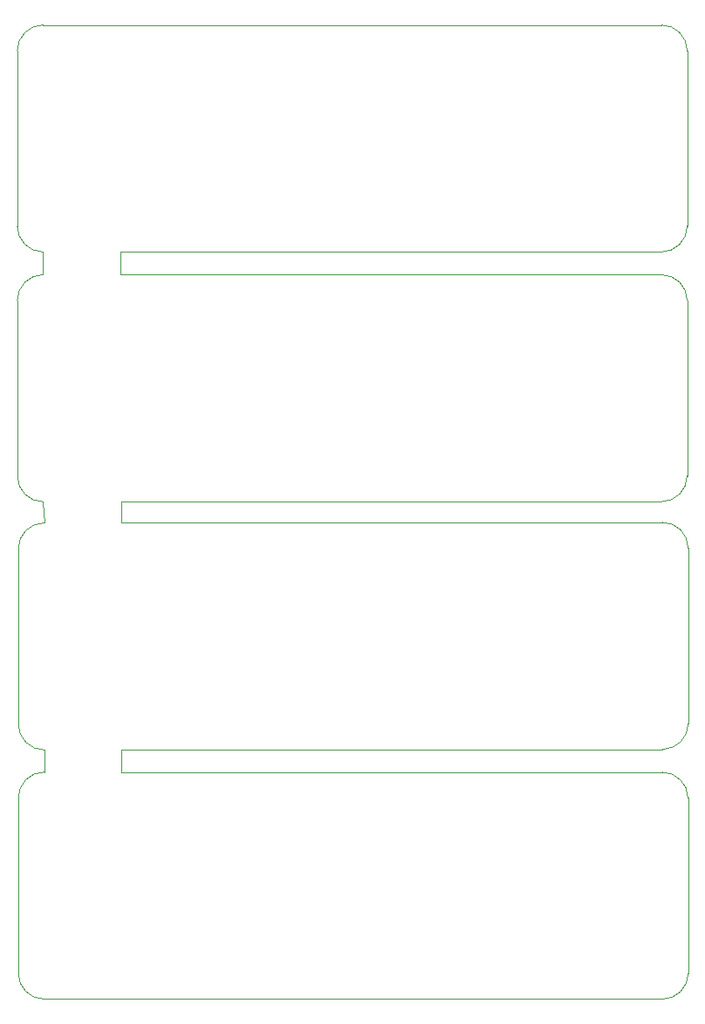
<source format=gbr>
%TF.GenerationSoftware,KiCad,Pcbnew,7.0.5*%
%TF.CreationDate,2024-04-05T19:39:44+09:00*%
%TF.ProjectId,ikafly_rev0a_p_cut,696b6166-6c79-45f7-9265-7630615f705f,rev?*%
%TF.SameCoordinates,Original*%
%TF.FileFunction,Profile,NP*%
%FSLAX46Y46*%
G04 Gerber Fmt 4.6, Leading zero omitted, Abs format (unit mm)*
G04 Created by KiCad (PCBNEW 7.0.5) date 2024-04-05 19:39:44*
%MOMM*%
%LPD*%
G01*
G04 APERTURE LIST*
%TA.AperFunction,Profile*%
%ADD10C,0.100000*%
%TD*%
G04 APERTURE END LIST*
D10*
X141300000Y-67800000D02*
X141300000Y-65600000D01*
X133800000Y-67800000D02*
X133800000Y-65600000D01*
X133900000Y-91850000D02*
X133800000Y-89800000D01*
X141400000Y-91800000D02*
X141400000Y-89800000D01*
X133900000Y-116000000D02*
X133900000Y-113850000D01*
X141400000Y-116000000D02*
X141400000Y-113800000D01*
X133900000Y-91850000D02*
G75*
G03*
X131400000Y-94350000I0J-2500000D01*
G01*
X131400000Y-111350000D02*
X131400000Y-94350000D01*
X131400000Y-111350000D02*
G75*
G03*
X133900000Y-113850000I2500000J0D01*
G01*
X193800000Y-43600000D02*
X133800000Y-43600000D01*
X133800000Y-43600000D02*
G75*
G03*
X131300000Y-46100000I0J-2500000D01*
G01*
X131300000Y-63100000D02*
G75*
G03*
X133800000Y-65600000I2500000J0D01*
G01*
X131300000Y-63100000D02*
X131300000Y-46100000D01*
X133800000Y-67800000D02*
G75*
G03*
X131300000Y-70300000I0J-2500000D01*
G01*
X131300000Y-87300000D02*
G75*
G03*
X133800000Y-89800000I2500000J0D01*
G01*
X131300000Y-87300000D02*
X131300000Y-70300000D01*
X133900000Y-116000000D02*
G75*
G03*
X131400000Y-118500000I0J-2500000D01*
G01*
X193900000Y-138000000D02*
X136800000Y-138000001D01*
X133900000Y-138000000D02*
X136800000Y-138000001D01*
X131400000Y-135500000D02*
X131400000Y-118500000D01*
X131400000Y-135500000D02*
G75*
G03*
X133900000Y-138000000I2500000J0D01*
G01*
X193900000Y-138000000D02*
G75*
G03*
X196400000Y-135500000I0J2500000D01*
G01*
X196300000Y-49850000D02*
X196300000Y-46100000D01*
X196382233Y-118517767D02*
G75*
G03*
X193882233Y-116017767I-2500000J0D01*
G01*
X196400000Y-94300000D02*
G75*
G03*
X193900000Y-91800000I-2500000J0D01*
G01*
X193900000Y-113800000D02*
G75*
G03*
X196400000Y-111300000I0J2500000D01*
G01*
X193800000Y-65599998D02*
G75*
G03*
X196300000Y-63100000I2J2499998D01*
G01*
X196300000Y-70300000D02*
G75*
G03*
X193800000Y-67800000I-2500000J0D01*
G01*
X193800000Y-89800000D02*
G75*
G03*
X196300000Y-87300000I0J2500000D01*
G01*
X196300000Y-46100000D02*
G75*
G03*
X193800000Y-43600000I-2500000J0D01*
G01*
X196382233Y-118517767D02*
X196400000Y-135500000D01*
X193882233Y-116017767D02*
X141400000Y-116000000D01*
X141400000Y-113800000D02*
X193900000Y-113800000D01*
X193900000Y-91800000D02*
X141400000Y-91800000D01*
X141400000Y-89800000D02*
X193800000Y-89800000D01*
X193800000Y-67800000D02*
X141300000Y-67800000D01*
X193800000Y-65600000D02*
X141300000Y-65600000D01*
X196400000Y-111300000D02*
X196400000Y-94300000D01*
X196300000Y-87300000D02*
X196300000Y-70300000D01*
X196300000Y-63100000D02*
X196300000Y-49850000D01*
M02*

</source>
